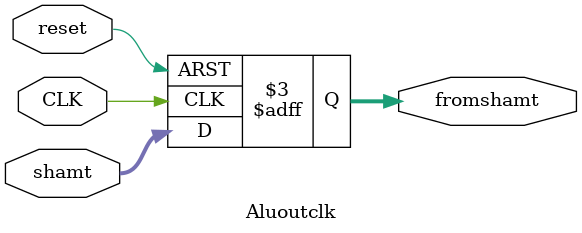
<source format=v>
`timescale 1ns / 1ps


module Aluoutclk(CLK,reset,shamt,fromshamt);
    input CLK,reset;
    input [4:0]shamt;
    output reg [4:0]fromshamt;
    always@(posedge CLK or negedge reset)
    begin
    if(!reset)
    begin
    fromshamt=5'b0;
    end
    else
    begin
    fromshamt=shamt;
    end
    end
endmodule

</source>
